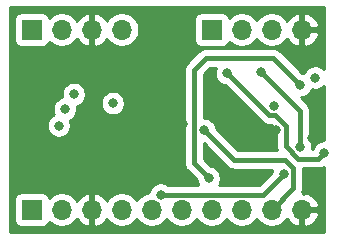
<source format=gbl>
G04 #@! TF.GenerationSoftware,KiCad,Pcbnew,5.1.10-88a1d61d58~88~ubuntu20.04.1*
G04 #@! TF.CreationDate,2021-06-12T08:26:13-04:00*
G04 #@! TF.ProjectId,stm32l0_mod_source,73746d33-326c-4305-9f6d-6f645f736f75,rev?*
G04 #@! TF.SameCoordinates,Original*
G04 #@! TF.FileFunction,Copper,L4,Bot*
G04 #@! TF.FilePolarity,Positive*
%FSLAX46Y46*%
G04 Gerber Fmt 4.6, Leading zero omitted, Abs format (unit mm)*
G04 Created by KiCad (PCBNEW 5.1.10-88a1d61d58~88~ubuntu20.04.1) date 2021-06-12 08:26:13*
%MOMM*%
%LPD*%
G01*
G04 APERTURE LIST*
G04 #@! TA.AperFunction,ComponentPad*
%ADD10O,1.700000X1.700000*%
G04 #@! TD*
G04 #@! TA.AperFunction,ComponentPad*
%ADD11R,1.700000X1.700000*%
G04 #@! TD*
G04 #@! TA.AperFunction,ViaPad*
%ADD12C,0.800000*%
G04 #@! TD*
G04 #@! TA.AperFunction,Conductor*
%ADD13C,0.400000*%
G04 #@! TD*
G04 #@! TA.AperFunction,Conductor*
%ADD14C,0.254000*%
G04 #@! TD*
G04 #@! TA.AperFunction,Conductor*
%ADD15C,0.100000*%
G04 #@! TD*
G04 APERTURE END LIST*
D10*
X96520000Y-60960000D03*
X93980000Y-60960000D03*
X91440000Y-60960000D03*
X88900000Y-60960000D03*
X86360000Y-60960000D03*
X83820000Y-60960000D03*
X81280000Y-60960000D03*
X78740000Y-60960000D03*
X76200000Y-60960000D03*
D11*
X73660000Y-60960000D03*
D10*
X96520000Y-45720000D03*
X93980000Y-45720000D03*
X91440000Y-45720000D03*
D11*
X88900000Y-45720000D03*
D10*
X81280000Y-45720000D03*
X78740000Y-45720000D03*
X76200000Y-45720000D03*
D11*
X73660000Y-45720000D03*
D12*
X92837000Y-55245000D03*
X94361000Y-54229000D03*
X97409000Y-54864000D03*
X74168000Y-59182000D03*
X80010000Y-48387000D03*
X75692000Y-59182000D03*
X72390000Y-59182000D03*
X88646000Y-56134000D03*
X83185000Y-46736000D03*
X86487000Y-53721000D03*
X97663000Y-49784000D03*
X94133000Y-52171000D03*
X75946000Y-53848000D03*
X80518000Y-51943000D03*
X77216000Y-51181000D03*
X76453992Y-52451008D03*
X84582000Y-59690000D03*
X94996000Y-57912002D03*
X96393000Y-55626000D03*
X93091000Y-49276000D03*
X88265000Y-54229000D03*
X90170000Y-49403000D03*
X98425000Y-56134000D03*
X96393000Y-50419000D03*
X88646000Y-58293000D03*
D13*
X84582000Y-59690000D02*
X93218002Y-59690000D01*
X93218002Y-59690000D02*
X94996000Y-57912002D01*
X96393000Y-55626000D02*
X96393000Y-52578000D01*
X96393000Y-52578000D02*
X93091000Y-49276000D01*
X95126002Y-56730998D02*
X95796001Y-57400997D01*
X95796001Y-57400997D02*
X95796001Y-59143999D01*
X90766998Y-56730998D02*
X95126002Y-56730998D01*
X95796001Y-59143999D02*
X93980000Y-60960000D01*
X88265000Y-54229000D02*
X90766998Y-56730998D01*
X95161001Y-53844999D02*
X94287003Y-52971001D01*
X95161001Y-55578003D02*
X95161001Y-53844999D01*
X96224998Y-56642000D02*
X95161001Y-55578003D01*
X93738001Y-52971001D02*
X90170000Y-49403000D01*
X94287003Y-52971001D02*
X93738001Y-52971001D01*
X97917000Y-56642000D02*
X96224998Y-56642000D01*
X98425000Y-56134000D02*
X97917000Y-56642000D01*
X87376000Y-49149000D02*
X87376000Y-57023000D01*
X88392000Y-48133000D02*
X87376000Y-49149000D01*
X87376000Y-57023000D02*
X88646000Y-58293000D01*
X94107000Y-48133000D02*
X88392000Y-48133000D01*
X96393000Y-50419000D02*
X94107000Y-48133000D01*
D14*
X98400001Y-49057290D02*
X98322774Y-48980063D01*
X98153256Y-48866795D01*
X97964898Y-48788774D01*
X97764939Y-48749000D01*
X97561061Y-48749000D01*
X97361102Y-48788774D01*
X97172744Y-48866795D01*
X97003226Y-48980063D01*
X96859063Y-49124226D01*
X96745795Y-49293744D01*
X96692160Y-49423229D01*
X96549775Y-49394908D01*
X94726446Y-47571579D01*
X94700291Y-47539709D01*
X94573146Y-47435364D01*
X94428087Y-47357828D01*
X94270689Y-47310082D01*
X94148019Y-47298000D01*
X94148018Y-47298000D01*
X94107000Y-47293960D01*
X94065982Y-47298000D01*
X88433018Y-47298000D01*
X88392000Y-47293960D01*
X88350981Y-47298000D01*
X88228311Y-47310082D01*
X88070913Y-47357828D01*
X87925854Y-47435364D01*
X87798709Y-47539709D01*
X87772558Y-47571574D01*
X86814579Y-48529554D01*
X86782709Y-48555709D01*
X86699942Y-48656562D01*
X86678364Y-48682855D01*
X86600828Y-48827914D01*
X86553082Y-48985312D01*
X86536960Y-49149000D01*
X86541000Y-49190019D01*
X86541001Y-56981971D01*
X86536960Y-57023000D01*
X86553082Y-57186688D01*
X86600828Y-57344086D01*
X86678364Y-57489145D01*
X86678365Y-57489146D01*
X86782710Y-57616291D01*
X86814574Y-57642441D01*
X87621908Y-58449775D01*
X87650774Y-58594898D01*
X87728795Y-58783256D01*
X87776733Y-58855000D01*
X85195285Y-58855000D01*
X85072256Y-58772795D01*
X84883898Y-58694774D01*
X84683939Y-58655000D01*
X84480061Y-58655000D01*
X84280102Y-58694774D01*
X84091744Y-58772795D01*
X83922226Y-58886063D01*
X83778063Y-59030226D01*
X83664795Y-59199744D01*
X83586774Y-59388102D01*
X83565194Y-59496591D01*
X83386842Y-59532068D01*
X83116589Y-59644010D01*
X82873368Y-59806525D01*
X82666525Y-60013368D01*
X82550000Y-60187760D01*
X82433475Y-60013368D01*
X82226632Y-59806525D01*
X81983411Y-59644010D01*
X81713158Y-59532068D01*
X81426260Y-59475000D01*
X81133740Y-59475000D01*
X80846842Y-59532068D01*
X80576589Y-59644010D01*
X80333368Y-59806525D01*
X80126525Y-60013368D01*
X80004805Y-60195534D01*
X79935178Y-60078645D01*
X79740269Y-59862412D01*
X79506920Y-59688359D01*
X79244099Y-59563175D01*
X79096890Y-59518524D01*
X78867000Y-59639845D01*
X78867000Y-60833000D01*
X78887000Y-60833000D01*
X78887000Y-61087000D01*
X78867000Y-61087000D01*
X78867000Y-62280155D01*
X79096890Y-62401476D01*
X79244099Y-62356825D01*
X79506920Y-62231641D01*
X79740269Y-62057588D01*
X79935178Y-61841355D01*
X80004805Y-61724466D01*
X80126525Y-61906632D01*
X80333368Y-62113475D01*
X80576589Y-62275990D01*
X80846842Y-62387932D01*
X81133740Y-62445000D01*
X81426260Y-62445000D01*
X81713158Y-62387932D01*
X81983411Y-62275990D01*
X82226632Y-62113475D01*
X82433475Y-61906632D01*
X82550000Y-61732240D01*
X82666525Y-61906632D01*
X82873368Y-62113475D01*
X83116589Y-62275990D01*
X83386842Y-62387932D01*
X83673740Y-62445000D01*
X83966260Y-62445000D01*
X84253158Y-62387932D01*
X84523411Y-62275990D01*
X84766632Y-62113475D01*
X84973475Y-61906632D01*
X85090000Y-61732240D01*
X85206525Y-61906632D01*
X85413368Y-62113475D01*
X85656589Y-62275990D01*
X85926842Y-62387932D01*
X86213740Y-62445000D01*
X86506260Y-62445000D01*
X86793158Y-62387932D01*
X87063411Y-62275990D01*
X87306632Y-62113475D01*
X87513475Y-61906632D01*
X87630000Y-61732240D01*
X87746525Y-61906632D01*
X87953368Y-62113475D01*
X88196589Y-62275990D01*
X88466842Y-62387932D01*
X88753740Y-62445000D01*
X89046260Y-62445000D01*
X89333158Y-62387932D01*
X89603411Y-62275990D01*
X89846632Y-62113475D01*
X90053475Y-61906632D01*
X90170000Y-61732240D01*
X90286525Y-61906632D01*
X90493368Y-62113475D01*
X90736589Y-62275990D01*
X91006842Y-62387932D01*
X91293740Y-62445000D01*
X91586260Y-62445000D01*
X91873158Y-62387932D01*
X92143411Y-62275990D01*
X92386632Y-62113475D01*
X92593475Y-61906632D01*
X92710000Y-61732240D01*
X92826525Y-61906632D01*
X93033368Y-62113475D01*
X93276589Y-62275990D01*
X93546842Y-62387932D01*
X93833740Y-62445000D01*
X94126260Y-62445000D01*
X94413158Y-62387932D01*
X94683411Y-62275990D01*
X94926632Y-62113475D01*
X95133475Y-61906632D01*
X95255195Y-61724466D01*
X95324822Y-61841355D01*
X95519731Y-62057588D01*
X95753080Y-62231641D01*
X96015901Y-62356825D01*
X96163110Y-62401476D01*
X96393000Y-62280155D01*
X96393000Y-61087000D01*
X96647000Y-61087000D01*
X96647000Y-62280155D01*
X96876890Y-62401476D01*
X97024099Y-62356825D01*
X97286920Y-62231641D01*
X97520269Y-62057588D01*
X97715178Y-61841355D01*
X97864157Y-61591252D01*
X97961481Y-61316891D01*
X97840814Y-61087000D01*
X96647000Y-61087000D01*
X96393000Y-61087000D01*
X96373000Y-61087000D01*
X96373000Y-60833000D01*
X96393000Y-60833000D01*
X96393000Y-60813000D01*
X96647000Y-60813000D01*
X96647000Y-60833000D01*
X97840814Y-60833000D01*
X97961481Y-60603109D01*
X97864157Y-60328748D01*
X97715178Y-60078645D01*
X97520269Y-59862412D01*
X97286920Y-59688359D01*
X97024099Y-59563175D01*
X96876890Y-59518524D01*
X96647002Y-59639844D01*
X96647002Y-59475000D01*
X96565874Y-59475000D01*
X96571173Y-59465086D01*
X96618919Y-59307688D01*
X96631001Y-59185018D01*
X96631001Y-59185016D01*
X96635041Y-59144000D01*
X96631001Y-59102984D01*
X96631001Y-57477000D01*
X97875982Y-57477000D01*
X97917000Y-57481040D01*
X97958018Y-57477000D01*
X97958019Y-57477000D01*
X98080689Y-57464918D01*
X98238087Y-57417172D01*
X98383146Y-57339636D01*
X98400000Y-57325804D01*
X98400000Y-62840000D01*
X71780000Y-62840000D01*
X71780000Y-60110000D01*
X72171928Y-60110000D01*
X72171928Y-61810000D01*
X72184188Y-61934482D01*
X72220498Y-62054180D01*
X72279463Y-62164494D01*
X72358815Y-62261185D01*
X72455506Y-62340537D01*
X72565820Y-62399502D01*
X72685518Y-62435812D01*
X72810000Y-62448072D01*
X74510000Y-62448072D01*
X74634482Y-62435812D01*
X74754180Y-62399502D01*
X74864494Y-62340537D01*
X74961185Y-62261185D01*
X75040537Y-62164494D01*
X75099502Y-62054180D01*
X75121513Y-61981620D01*
X75253368Y-62113475D01*
X75496589Y-62275990D01*
X75766842Y-62387932D01*
X76053740Y-62445000D01*
X76346260Y-62445000D01*
X76633158Y-62387932D01*
X76903411Y-62275990D01*
X77146632Y-62113475D01*
X77353475Y-61906632D01*
X77475195Y-61724466D01*
X77544822Y-61841355D01*
X77739731Y-62057588D01*
X77973080Y-62231641D01*
X78235901Y-62356825D01*
X78383110Y-62401476D01*
X78613000Y-62280155D01*
X78613000Y-61087000D01*
X78593000Y-61087000D01*
X78593000Y-60833000D01*
X78613000Y-60833000D01*
X78613000Y-59639845D01*
X78383110Y-59518524D01*
X78235901Y-59563175D01*
X77973080Y-59688359D01*
X77739731Y-59862412D01*
X77544822Y-60078645D01*
X77475195Y-60195534D01*
X77353475Y-60013368D01*
X77146632Y-59806525D01*
X76903411Y-59644010D01*
X76633158Y-59532068D01*
X76346260Y-59475000D01*
X76053740Y-59475000D01*
X75766842Y-59532068D01*
X75496589Y-59644010D01*
X75253368Y-59806525D01*
X75121513Y-59938380D01*
X75099502Y-59865820D01*
X75040537Y-59755506D01*
X74961185Y-59658815D01*
X74864494Y-59579463D01*
X74754180Y-59520498D01*
X74634482Y-59484188D01*
X74510000Y-59471928D01*
X72810000Y-59471928D01*
X72685518Y-59484188D01*
X72565820Y-59520498D01*
X72455506Y-59579463D01*
X72358815Y-59658815D01*
X72279463Y-59755506D01*
X72220498Y-59865820D01*
X72184188Y-59985518D01*
X72171928Y-60110000D01*
X71780000Y-60110000D01*
X71780000Y-53746061D01*
X74911000Y-53746061D01*
X74911000Y-53949939D01*
X74950774Y-54149898D01*
X75028795Y-54338256D01*
X75142063Y-54507774D01*
X75286226Y-54651937D01*
X75455744Y-54765205D01*
X75644102Y-54843226D01*
X75844061Y-54883000D01*
X76047939Y-54883000D01*
X76247898Y-54843226D01*
X76436256Y-54765205D01*
X76605774Y-54651937D01*
X76749937Y-54507774D01*
X76863205Y-54338256D01*
X76941226Y-54149898D01*
X76981000Y-53949939D01*
X76981000Y-53746061D01*
X76941226Y-53546102D01*
X76878775Y-53395333D01*
X76944248Y-53368213D01*
X77113766Y-53254945D01*
X77257929Y-53110782D01*
X77371197Y-52941264D01*
X77449218Y-52752906D01*
X77488992Y-52552947D01*
X77488992Y-52349069D01*
X77457020Y-52188335D01*
X77517898Y-52176226D01*
X77706256Y-52098205D01*
X77875774Y-51984937D01*
X78019650Y-51841061D01*
X79483000Y-51841061D01*
X79483000Y-52044939D01*
X79522774Y-52244898D01*
X79600795Y-52433256D01*
X79714063Y-52602774D01*
X79858226Y-52746937D01*
X80027744Y-52860205D01*
X80216102Y-52938226D01*
X80416061Y-52978000D01*
X80619939Y-52978000D01*
X80819898Y-52938226D01*
X81008256Y-52860205D01*
X81177774Y-52746937D01*
X81321937Y-52602774D01*
X81435205Y-52433256D01*
X81513226Y-52244898D01*
X81553000Y-52044939D01*
X81553000Y-51841061D01*
X81513226Y-51641102D01*
X81435205Y-51452744D01*
X81321937Y-51283226D01*
X81177774Y-51139063D01*
X81008256Y-51025795D01*
X80819898Y-50947774D01*
X80619939Y-50908000D01*
X80416061Y-50908000D01*
X80216102Y-50947774D01*
X80027744Y-51025795D01*
X79858226Y-51139063D01*
X79714063Y-51283226D01*
X79600795Y-51452744D01*
X79522774Y-51641102D01*
X79483000Y-51841061D01*
X78019650Y-51841061D01*
X78019937Y-51840774D01*
X78133205Y-51671256D01*
X78211226Y-51482898D01*
X78251000Y-51282939D01*
X78251000Y-51079061D01*
X78211226Y-50879102D01*
X78133205Y-50690744D01*
X78019937Y-50521226D01*
X77875774Y-50377063D01*
X77706256Y-50263795D01*
X77517898Y-50185774D01*
X77317939Y-50146000D01*
X77114061Y-50146000D01*
X76914102Y-50185774D01*
X76725744Y-50263795D01*
X76556226Y-50377063D01*
X76412063Y-50521226D01*
X76298795Y-50690744D01*
X76220774Y-50879102D01*
X76181000Y-51079061D01*
X76181000Y-51282939D01*
X76212972Y-51443673D01*
X76152094Y-51455782D01*
X75963736Y-51533803D01*
X75794218Y-51647071D01*
X75650055Y-51791234D01*
X75536787Y-51960752D01*
X75458766Y-52149110D01*
X75418992Y-52349069D01*
X75418992Y-52552947D01*
X75458766Y-52752906D01*
X75521217Y-52903675D01*
X75455744Y-52930795D01*
X75286226Y-53044063D01*
X75142063Y-53188226D01*
X75028795Y-53357744D01*
X74950774Y-53546102D01*
X74911000Y-53746061D01*
X71780000Y-53746061D01*
X71780000Y-44870000D01*
X72171928Y-44870000D01*
X72171928Y-46570000D01*
X72184188Y-46694482D01*
X72220498Y-46814180D01*
X72279463Y-46924494D01*
X72358815Y-47021185D01*
X72455506Y-47100537D01*
X72565820Y-47159502D01*
X72685518Y-47195812D01*
X72810000Y-47208072D01*
X74510000Y-47208072D01*
X74634482Y-47195812D01*
X74754180Y-47159502D01*
X74864494Y-47100537D01*
X74961185Y-47021185D01*
X75040537Y-46924494D01*
X75099502Y-46814180D01*
X75121513Y-46741620D01*
X75253368Y-46873475D01*
X75496589Y-47035990D01*
X75766842Y-47147932D01*
X76053740Y-47205000D01*
X76346260Y-47205000D01*
X76633158Y-47147932D01*
X76903411Y-47035990D01*
X77146632Y-46873475D01*
X77353475Y-46666632D01*
X77475195Y-46484466D01*
X77544822Y-46601355D01*
X77739731Y-46817588D01*
X77973080Y-46991641D01*
X78235901Y-47116825D01*
X78383110Y-47161476D01*
X78613000Y-47040155D01*
X78613000Y-45847000D01*
X78593000Y-45847000D01*
X78593000Y-45593000D01*
X78613000Y-45593000D01*
X78613000Y-44399845D01*
X78867000Y-44399845D01*
X78867000Y-45593000D01*
X78887000Y-45593000D01*
X78887000Y-45847000D01*
X78867000Y-45847000D01*
X78867000Y-47040155D01*
X79096890Y-47161476D01*
X79244099Y-47116825D01*
X79506920Y-46991641D01*
X79740269Y-46817588D01*
X79935178Y-46601355D01*
X80004805Y-46484466D01*
X80126525Y-46666632D01*
X80333368Y-46873475D01*
X80576589Y-47035990D01*
X80846842Y-47147932D01*
X81133740Y-47205000D01*
X81426260Y-47205000D01*
X81713158Y-47147932D01*
X81983411Y-47035990D01*
X82226632Y-46873475D01*
X82433475Y-46666632D01*
X82595990Y-46423411D01*
X82707932Y-46153158D01*
X82765000Y-45866260D01*
X82765000Y-45573740D01*
X82707932Y-45286842D01*
X82595990Y-45016589D01*
X82498043Y-44870000D01*
X87411928Y-44870000D01*
X87411928Y-46570000D01*
X87424188Y-46694482D01*
X87460498Y-46814180D01*
X87519463Y-46924494D01*
X87598815Y-47021185D01*
X87695506Y-47100537D01*
X87805820Y-47159502D01*
X87925518Y-47195812D01*
X88050000Y-47208072D01*
X89750000Y-47208072D01*
X89874482Y-47195812D01*
X89994180Y-47159502D01*
X90104494Y-47100537D01*
X90201185Y-47021185D01*
X90280537Y-46924494D01*
X90339502Y-46814180D01*
X90361513Y-46741620D01*
X90493368Y-46873475D01*
X90736589Y-47035990D01*
X91006842Y-47147932D01*
X91293740Y-47205000D01*
X91586260Y-47205000D01*
X91873158Y-47147932D01*
X92143411Y-47035990D01*
X92386632Y-46873475D01*
X92593475Y-46666632D01*
X92710000Y-46492240D01*
X92826525Y-46666632D01*
X93033368Y-46873475D01*
X93276589Y-47035990D01*
X93546842Y-47147932D01*
X93833740Y-47205000D01*
X94126260Y-47205000D01*
X94413158Y-47147932D01*
X94683411Y-47035990D01*
X94926632Y-46873475D01*
X95133475Y-46666632D01*
X95255195Y-46484466D01*
X95324822Y-46601355D01*
X95519731Y-46817588D01*
X95753080Y-46991641D01*
X96015901Y-47116825D01*
X96163110Y-47161476D01*
X96393000Y-47040155D01*
X96393000Y-45847000D01*
X96647000Y-45847000D01*
X96647000Y-47040155D01*
X96876890Y-47161476D01*
X97024099Y-47116825D01*
X97286920Y-46991641D01*
X97520269Y-46817588D01*
X97715178Y-46601355D01*
X97864157Y-46351252D01*
X97961481Y-46076891D01*
X97840814Y-45847000D01*
X96647000Y-45847000D01*
X96393000Y-45847000D01*
X96373000Y-45847000D01*
X96373000Y-45593000D01*
X96393000Y-45593000D01*
X96393000Y-44399845D01*
X96647000Y-44399845D01*
X96647000Y-45593000D01*
X97840814Y-45593000D01*
X97961481Y-45363109D01*
X97864157Y-45088748D01*
X97715178Y-44838645D01*
X97520269Y-44622412D01*
X97286920Y-44448359D01*
X97024099Y-44323175D01*
X96876890Y-44278524D01*
X96647000Y-44399845D01*
X96393000Y-44399845D01*
X96163110Y-44278524D01*
X96015901Y-44323175D01*
X95753080Y-44448359D01*
X95519731Y-44622412D01*
X95324822Y-44838645D01*
X95255195Y-44955534D01*
X95133475Y-44773368D01*
X94926632Y-44566525D01*
X94683411Y-44404010D01*
X94413158Y-44292068D01*
X94126260Y-44235000D01*
X93833740Y-44235000D01*
X93546842Y-44292068D01*
X93276589Y-44404010D01*
X93033368Y-44566525D01*
X92826525Y-44773368D01*
X92710000Y-44947760D01*
X92593475Y-44773368D01*
X92386632Y-44566525D01*
X92143411Y-44404010D01*
X91873158Y-44292068D01*
X91586260Y-44235000D01*
X91293740Y-44235000D01*
X91006842Y-44292068D01*
X90736589Y-44404010D01*
X90493368Y-44566525D01*
X90361513Y-44698380D01*
X90339502Y-44625820D01*
X90280537Y-44515506D01*
X90201185Y-44418815D01*
X90104494Y-44339463D01*
X89994180Y-44280498D01*
X89874482Y-44244188D01*
X89750000Y-44231928D01*
X88050000Y-44231928D01*
X87925518Y-44244188D01*
X87805820Y-44280498D01*
X87695506Y-44339463D01*
X87598815Y-44418815D01*
X87519463Y-44515506D01*
X87460498Y-44625820D01*
X87424188Y-44745518D01*
X87411928Y-44870000D01*
X82498043Y-44870000D01*
X82433475Y-44773368D01*
X82226632Y-44566525D01*
X81983411Y-44404010D01*
X81713158Y-44292068D01*
X81426260Y-44235000D01*
X81133740Y-44235000D01*
X80846842Y-44292068D01*
X80576589Y-44404010D01*
X80333368Y-44566525D01*
X80126525Y-44773368D01*
X80004805Y-44955534D01*
X79935178Y-44838645D01*
X79740269Y-44622412D01*
X79506920Y-44448359D01*
X79244099Y-44323175D01*
X79096890Y-44278524D01*
X78867000Y-44399845D01*
X78613000Y-44399845D01*
X78383110Y-44278524D01*
X78235901Y-44323175D01*
X77973080Y-44448359D01*
X77739731Y-44622412D01*
X77544822Y-44838645D01*
X77475195Y-44955534D01*
X77353475Y-44773368D01*
X77146632Y-44566525D01*
X76903411Y-44404010D01*
X76633158Y-44292068D01*
X76346260Y-44235000D01*
X76053740Y-44235000D01*
X75766842Y-44292068D01*
X75496589Y-44404010D01*
X75253368Y-44566525D01*
X75121513Y-44698380D01*
X75099502Y-44625820D01*
X75040537Y-44515506D01*
X74961185Y-44418815D01*
X74864494Y-44339463D01*
X74754180Y-44280498D01*
X74634482Y-44244188D01*
X74510000Y-44231928D01*
X72810000Y-44231928D01*
X72685518Y-44244188D01*
X72565820Y-44280498D01*
X72455506Y-44339463D01*
X72358815Y-44418815D01*
X72279463Y-44515506D01*
X72220498Y-44625820D01*
X72184188Y-44745518D01*
X72171928Y-44870000D01*
X71780000Y-44870000D01*
X71780000Y-43840000D01*
X98400001Y-43840000D01*
X98400001Y-49057290D01*
G04 #@! TA.AperFunction,Conductor*
D15*
G36*
X98400001Y-49057290D02*
G01*
X98322774Y-48980063D01*
X98153256Y-48866795D01*
X97964898Y-48788774D01*
X97764939Y-48749000D01*
X97561061Y-48749000D01*
X97361102Y-48788774D01*
X97172744Y-48866795D01*
X97003226Y-48980063D01*
X96859063Y-49124226D01*
X96745795Y-49293744D01*
X96692160Y-49423229D01*
X96549775Y-49394908D01*
X94726446Y-47571579D01*
X94700291Y-47539709D01*
X94573146Y-47435364D01*
X94428087Y-47357828D01*
X94270689Y-47310082D01*
X94148019Y-47298000D01*
X94148018Y-47298000D01*
X94107000Y-47293960D01*
X94065982Y-47298000D01*
X88433018Y-47298000D01*
X88392000Y-47293960D01*
X88350981Y-47298000D01*
X88228311Y-47310082D01*
X88070913Y-47357828D01*
X87925854Y-47435364D01*
X87798709Y-47539709D01*
X87772558Y-47571574D01*
X86814579Y-48529554D01*
X86782709Y-48555709D01*
X86699942Y-48656562D01*
X86678364Y-48682855D01*
X86600828Y-48827914D01*
X86553082Y-48985312D01*
X86536960Y-49149000D01*
X86541000Y-49190019D01*
X86541001Y-56981971D01*
X86536960Y-57023000D01*
X86553082Y-57186688D01*
X86600828Y-57344086D01*
X86678364Y-57489145D01*
X86678365Y-57489146D01*
X86782710Y-57616291D01*
X86814574Y-57642441D01*
X87621908Y-58449775D01*
X87650774Y-58594898D01*
X87728795Y-58783256D01*
X87776733Y-58855000D01*
X85195285Y-58855000D01*
X85072256Y-58772795D01*
X84883898Y-58694774D01*
X84683939Y-58655000D01*
X84480061Y-58655000D01*
X84280102Y-58694774D01*
X84091744Y-58772795D01*
X83922226Y-58886063D01*
X83778063Y-59030226D01*
X83664795Y-59199744D01*
X83586774Y-59388102D01*
X83565194Y-59496591D01*
X83386842Y-59532068D01*
X83116589Y-59644010D01*
X82873368Y-59806525D01*
X82666525Y-60013368D01*
X82550000Y-60187760D01*
X82433475Y-60013368D01*
X82226632Y-59806525D01*
X81983411Y-59644010D01*
X81713158Y-59532068D01*
X81426260Y-59475000D01*
X81133740Y-59475000D01*
X80846842Y-59532068D01*
X80576589Y-59644010D01*
X80333368Y-59806525D01*
X80126525Y-60013368D01*
X80004805Y-60195534D01*
X79935178Y-60078645D01*
X79740269Y-59862412D01*
X79506920Y-59688359D01*
X79244099Y-59563175D01*
X79096890Y-59518524D01*
X78867000Y-59639845D01*
X78867000Y-60833000D01*
X78887000Y-60833000D01*
X78887000Y-61087000D01*
X78867000Y-61087000D01*
X78867000Y-62280155D01*
X79096890Y-62401476D01*
X79244099Y-62356825D01*
X79506920Y-62231641D01*
X79740269Y-62057588D01*
X79935178Y-61841355D01*
X80004805Y-61724466D01*
X80126525Y-61906632D01*
X80333368Y-62113475D01*
X80576589Y-62275990D01*
X80846842Y-62387932D01*
X81133740Y-62445000D01*
X81426260Y-62445000D01*
X81713158Y-62387932D01*
X81983411Y-62275990D01*
X82226632Y-62113475D01*
X82433475Y-61906632D01*
X82550000Y-61732240D01*
X82666525Y-61906632D01*
X82873368Y-62113475D01*
X83116589Y-62275990D01*
X83386842Y-62387932D01*
X83673740Y-62445000D01*
X83966260Y-62445000D01*
X84253158Y-62387932D01*
X84523411Y-62275990D01*
X84766632Y-62113475D01*
X84973475Y-61906632D01*
X85090000Y-61732240D01*
X85206525Y-61906632D01*
X85413368Y-62113475D01*
X85656589Y-62275990D01*
X85926842Y-62387932D01*
X86213740Y-62445000D01*
X86506260Y-62445000D01*
X86793158Y-62387932D01*
X87063411Y-62275990D01*
X87306632Y-62113475D01*
X87513475Y-61906632D01*
X87630000Y-61732240D01*
X87746525Y-61906632D01*
X87953368Y-62113475D01*
X88196589Y-62275990D01*
X88466842Y-62387932D01*
X88753740Y-62445000D01*
X89046260Y-62445000D01*
X89333158Y-62387932D01*
X89603411Y-62275990D01*
X89846632Y-62113475D01*
X90053475Y-61906632D01*
X90170000Y-61732240D01*
X90286525Y-61906632D01*
X90493368Y-62113475D01*
X90736589Y-62275990D01*
X91006842Y-62387932D01*
X91293740Y-62445000D01*
X91586260Y-62445000D01*
X91873158Y-62387932D01*
X92143411Y-62275990D01*
X92386632Y-62113475D01*
X92593475Y-61906632D01*
X92710000Y-61732240D01*
X92826525Y-61906632D01*
X93033368Y-62113475D01*
X93276589Y-62275990D01*
X93546842Y-62387932D01*
X93833740Y-62445000D01*
X94126260Y-62445000D01*
X94413158Y-62387932D01*
X94683411Y-62275990D01*
X94926632Y-62113475D01*
X95133475Y-61906632D01*
X95255195Y-61724466D01*
X95324822Y-61841355D01*
X95519731Y-62057588D01*
X95753080Y-62231641D01*
X96015901Y-62356825D01*
X96163110Y-62401476D01*
X96393000Y-62280155D01*
X96393000Y-61087000D01*
X96647000Y-61087000D01*
X96647000Y-62280155D01*
X96876890Y-62401476D01*
X97024099Y-62356825D01*
X97286920Y-62231641D01*
X97520269Y-62057588D01*
X97715178Y-61841355D01*
X97864157Y-61591252D01*
X97961481Y-61316891D01*
X97840814Y-61087000D01*
X96647000Y-61087000D01*
X96393000Y-61087000D01*
X96373000Y-61087000D01*
X96373000Y-60833000D01*
X96393000Y-60833000D01*
X96393000Y-60813000D01*
X96647000Y-60813000D01*
X96647000Y-60833000D01*
X97840814Y-60833000D01*
X97961481Y-60603109D01*
X97864157Y-60328748D01*
X97715178Y-60078645D01*
X97520269Y-59862412D01*
X97286920Y-59688359D01*
X97024099Y-59563175D01*
X96876890Y-59518524D01*
X96647002Y-59639844D01*
X96647002Y-59475000D01*
X96565874Y-59475000D01*
X96571173Y-59465086D01*
X96618919Y-59307688D01*
X96631001Y-59185018D01*
X96631001Y-59185016D01*
X96635041Y-59144000D01*
X96631001Y-59102984D01*
X96631001Y-57477000D01*
X97875982Y-57477000D01*
X97917000Y-57481040D01*
X97958018Y-57477000D01*
X97958019Y-57477000D01*
X98080689Y-57464918D01*
X98238087Y-57417172D01*
X98383146Y-57339636D01*
X98400000Y-57325804D01*
X98400000Y-62840000D01*
X71780000Y-62840000D01*
X71780000Y-60110000D01*
X72171928Y-60110000D01*
X72171928Y-61810000D01*
X72184188Y-61934482D01*
X72220498Y-62054180D01*
X72279463Y-62164494D01*
X72358815Y-62261185D01*
X72455506Y-62340537D01*
X72565820Y-62399502D01*
X72685518Y-62435812D01*
X72810000Y-62448072D01*
X74510000Y-62448072D01*
X74634482Y-62435812D01*
X74754180Y-62399502D01*
X74864494Y-62340537D01*
X74961185Y-62261185D01*
X75040537Y-62164494D01*
X75099502Y-62054180D01*
X75121513Y-61981620D01*
X75253368Y-62113475D01*
X75496589Y-62275990D01*
X75766842Y-62387932D01*
X76053740Y-62445000D01*
X76346260Y-62445000D01*
X76633158Y-62387932D01*
X76903411Y-62275990D01*
X77146632Y-62113475D01*
X77353475Y-61906632D01*
X77475195Y-61724466D01*
X77544822Y-61841355D01*
X77739731Y-62057588D01*
X77973080Y-62231641D01*
X78235901Y-62356825D01*
X78383110Y-62401476D01*
X78613000Y-62280155D01*
X78613000Y-61087000D01*
X78593000Y-61087000D01*
X78593000Y-60833000D01*
X78613000Y-60833000D01*
X78613000Y-59639845D01*
X78383110Y-59518524D01*
X78235901Y-59563175D01*
X77973080Y-59688359D01*
X77739731Y-59862412D01*
X77544822Y-60078645D01*
X77475195Y-60195534D01*
X77353475Y-60013368D01*
X77146632Y-59806525D01*
X76903411Y-59644010D01*
X76633158Y-59532068D01*
X76346260Y-59475000D01*
X76053740Y-59475000D01*
X75766842Y-59532068D01*
X75496589Y-59644010D01*
X75253368Y-59806525D01*
X75121513Y-59938380D01*
X75099502Y-59865820D01*
X75040537Y-59755506D01*
X74961185Y-59658815D01*
X74864494Y-59579463D01*
X74754180Y-59520498D01*
X74634482Y-59484188D01*
X74510000Y-59471928D01*
X72810000Y-59471928D01*
X72685518Y-59484188D01*
X72565820Y-59520498D01*
X72455506Y-59579463D01*
X72358815Y-59658815D01*
X72279463Y-59755506D01*
X72220498Y-59865820D01*
X72184188Y-59985518D01*
X72171928Y-60110000D01*
X71780000Y-60110000D01*
X71780000Y-53746061D01*
X74911000Y-53746061D01*
X74911000Y-53949939D01*
X74950774Y-54149898D01*
X75028795Y-54338256D01*
X75142063Y-54507774D01*
X75286226Y-54651937D01*
X75455744Y-54765205D01*
X75644102Y-54843226D01*
X75844061Y-54883000D01*
X76047939Y-54883000D01*
X76247898Y-54843226D01*
X76436256Y-54765205D01*
X76605774Y-54651937D01*
X76749937Y-54507774D01*
X76863205Y-54338256D01*
X76941226Y-54149898D01*
X76981000Y-53949939D01*
X76981000Y-53746061D01*
X76941226Y-53546102D01*
X76878775Y-53395333D01*
X76944248Y-53368213D01*
X77113766Y-53254945D01*
X77257929Y-53110782D01*
X77371197Y-52941264D01*
X77449218Y-52752906D01*
X77488992Y-52552947D01*
X77488992Y-52349069D01*
X77457020Y-52188335D01*
X77517898Y-52176226D01*
X77706256Y-52098205D01*
X77875774Y-51984937D01*
X78019650Y-51841061D01*
X79483000Y-51841061D01*
X79483000Y-52044939D01*
X79522774Y-52244898D01*
X79600795Y-52433256D01*
X79714063Y-52602774D01*
X79858226Y-52746937D01*
X80027744Y-52860205D01*
X80216102Y-52938226D01*
X80416061Y-52978000D01*
X80619939Y-52978000D01*
X80819898Y-52938226D01*
X81008256Y-52860205D01*
X81177774Y-52746937D01*
X81321937Y-52602774D01*
X81435205Y-52433256D01*
X81513226Y-52244898D01*
X81553000Y-52044939D01*
X81553000Y-51841061D01*
X81513226Y-51641102D01*
X81435205Y-51452744D01*
X81321937Y-51283226D01*
X81177774Y-51139063D01*
X81008256Y-51025795D01*
X80819898Y-50947774D01*
X80619939Y-50908000D01*
X80416061Y-50908000D01*
X80216102Y-50947774D01*
X80027744Y-51025795D01*
X79858226Y-51139063D01*
X79714063Y-51283226D01*
X79600795Y-51452744D01*
X79522774Y-51641102D01*
X79483000Y-51841061D01*
X78019650Y-51841061D01*
X78019937Y-51840774D01*
X78133205Y-51671256D01*
X78211226Y-51482898D01*
X78251000Y-51282939D01*
X78251000Y-51079061D01*
X78211226Y-50879102D01*
X78133205Y-50690744D01*
X78019937Y-50521226D01*
X77875774Y-50377063D01*
X77706256Y-50263795D01*
X77517898Y-50185774D01*
X77317939Y-50146000D01*
X77114061Y-50146000D01*
X76914102Y-50185774D01*
X76725744Y-50263795D01*
X76556226Y-50377063D01*
X76412063Y-50521226D01*
X76298795Y-50690744D01*
X76220774Y-50879102D01*
X76181000Y-51079061D01*
X76181000Y-51282939D01*
X76212972Y-51443673D01*
X76152094Y-51455782D01*
X75963736Y-51533803D01*
X75794218Y-51647071D01*
X75650055Y-51791234D01*
X75536787Y-51960752D01*
X75458766Y-52149110D01*
X75418992Y-52349069D01*
X75418992Y-52552947D01*
X75458766Y-52752906D01*
X75521217Y-52903675D01*
X75455744Y-52930795D01*
X75286226Y-53044063D01*
X75142063Y-53188226D01*
X75028795Y-53357744D01*
X74950774Y-53546102D01*
X74911000Y-53746061D01*
X71780000Y-53746061D01*
X71780000Y-44870000D01*
X72171928Y-44870000D01*
X72171928Y-46570000D01*
X72184188Y-46694482D01*
X72220498Y-46814180D01*
X72279463Y-46924494D01*
X72358815Y-47021185D01*
X72455506Y-47100537D01*
X72565820Y-47159502D01*
X72685518Y-47195812D01*
X72810000Y-47208072D01*
X74510000Y-47208072D01*
X74634482Y-47195812D01*
X74754180Y-47159502D01*
X74864494Y-47100537D01*
X74961185Y-47021185D01*
X75040537Y-46924494D01*
X75099502Y-46814180D01*
X75121513Y-46741620D01*
X75253368Y-46873475D01*
X75496589Y-47035990D01*
X75766842Y-47147932D01*
X76053740Y-47205000D01*
X76346260Y-47205000D01*
X76633158Y-47147932D01*
X76903411Y-47035990D01*
X77146632Y-46873475D01*
X77353475Y-46666632D01*
X77475195Y-46484466D01*
X77544822Y-46601355D01*
X77739731Y-46817588D01*
X77973080Y-46991641D01*
X78235901Y-47116825D01*
X78383110Y-47161476D01*
X78613000Y-47040155D01*
X78613000Y-45847000D01*
X78593000Y-45847000D01*
X78593000Y-45593000D01*
X78613000Y-45593000D01*
X78613000Y-44399845D01*
X78867000Y-44399845D01*
X78867000Y-45593000D01*
X78887000Y-45593000D01*
X78887000Y-45847000D01*
X78867000Y-45847000D01*
X78867000Y-47040155D01*
X79096890Y-47161476D01*
X79244099Y-47116825D01*
X79506920Y-46991641D01*
X79740269Y-46817588D01*
X79935178Y-46601355D01*
X80004805Y-46484466D01*
X80126525Y-46666632D01*
X80333368Y-46873475D01*
X80576589Y-47035990D01*
X80846842Y-47147932D01*
X81133740Y-47205000D01*
X81426260Y-47205000D01*
X81713158Y-47147932D01*
X81983411Y-47035990D01*
X82226632Y-46873475D01*
X82433475Y-46666632D01*
X82595990Y-46423411D01*
X82707932Y-46153158D01*
X82765000Y-45866260D01*
X82765000Y-45573740D01*
X82707932Y-45286842D01*
X82595990Y-45016589D01*
X82498043Y-44870000D01*
X87411928Y-44870000D01*
X87411928Y-46570000D01*
X87424188Y-46694482D01*
X87460498Y-46814180D01*
X87519463Y-46924494D01*
X87598815Y-47021185D01*
X87695506Y-47100537D01*
X87805820Y-47159502D01*
X87925518Y-47195812D01*
X88050000Y-47208072D01*
X89750000Y-47208072D01*
X89874482Y-47195812D01*
X89994180Y-47159502D01*
X90104494Y-47100537D01*
X90201185Y-47021185D01*
X90280537Y-46924494D01*
X90339502Y-46814180D01*
X90361513Y-46741620D01*
X90493368Y-46873475D01*
X90736589Y-47035990D01*
X91006842Y-47147932D01*
X91293740Y-47205000D01*
X91586260Y-47205000D01*
X91873158Y-47147932D01*
X92143411Y-47035990D01*
X92386632Y-46873475D01*
X92593475Y-46666632D01*
X92710000Y-46492240D01*
X92826525Y-46666632D01*
X93033368Y-46873475D01*
X93276589Y-47035990D01*
X93546842Y-47147932D01*
X93833740Y-47205000D01*
X94126260Y-47205000D01*
X94413158Y-47147932D01*
X94683411Y-47035990D01*
X94926632Y-46873475D01*
X95133475Y-46666632D01*
X95255195Y-46484466D01*
X95324822Y-46601355D01*
X95519731Y-46817588D01*
X95753080Y-46991641D01*
X96015901Y-47116825D01*
X96163110Y-47161476D01*
X96393000Y-47040155D01*
X96393000Y-45847000D01*
X96647000Y-45847000D01*
X96647000Y-47040155D01*
X96876890Y-47161476D01*
X97024099Y-47116825D01*
X97286920Y-46991641D01*
X97520269Y-46817588D01*
X97715178Y-46601355D01*
X97864157Y-46351252D01*
X97961481Y-46076891D01*
X97840814Y-45847000D01*
X96647000Y-45847000D01*
X96393000Y-45847000D01*
X96373000Y-45847000D01*
X96373000Y-45593000D01*
X96393000Y-45593000D01*
X96393000Y-44399845D01*
X96647000Y-44399845D01*
X96647000Y-45593000D01*
X97840814Y-45593000D01*
X97961481Y-45363109D01*
X97864157Y-45088748D01*
X97715178Y-44838645D01*
X97520269Y-44622412D01*
X97286920Y-44448359D01*
X97024099Y-44323175D01*
X96876890Y-44278524D01*
X96647000Y-44399845D01*
X96393000Y-44399845D01*
X96163110Y-44278524D01*
X96015901Y-44323175D01*
X95753080Y-44448359D01*
X95519731Y-44622412D01*
X95324822Y-44838645D01*
X95255195Y-44955534D01*
X95133475Y-44773368D01*
X94926632Y-44566525D01*
X94683411Y-44404010D01*
X94413158Y-44292068D01*
X94126260Y-44235000D01*
X93833740Y-44235000D01*
X93546842Y-44292068D01*
X93276589Y-44404010D01*
X93033368Y-44566525D01*
X92826525Y-44773368D01*
X92710000Y-44947760D01*
X92593475Y-44773368D01*
X92386632Y-44566525D01*
X92143411Y-44404010D01*
X91873158Y-44292068D01*
X91586260Y-44235000D01*
X91293740Y-44235000D01*
X91006842Y-44292068D01*
X90736589Y-44404010D01*
X90493368Y-44566525D01*
X90361513Y-44698380D01*
X90339502Y-44625820D01*
X90280537Y-44515506D01*
X90201185Y-44418815D01*
X90104494Y-44339463D01*
X89994180Y-44280498D01*
X89874482Y-44244188D01*
X89750000Y-44231928D01*
X88050000Y-44231928D01*
X87925518Y-44244188D01*
X87805820Y-44280498D01*
X87695506Y-44339463D01*
X87598815Y-44418815D01*
X87519463Y-44515506D01*
X87460498Y-44625820D01*
X87424188Y-44745518D01*
X87411928Y-44870000D01*
X82498043Y-44870000D01*
X82433475Y-44773368D01*
X82226632Y-44566525D01*
X81983411Y-44404010D01*
X81713158Y-44292068D01*
X81426260Y-44235000D01*
X81133740Y-44235000D01*
X80846842Y-44292068D01*
X80576589Y-44404010D01*
X80333368Y-44566525D01*
X80126525Y-44773368D01*
X80004805Y-44955534D01*
X79935178Y-44838645D01*
X79740269Y-44622412D01*
X79506920Y-44448359D01*
X79244099Y-44323175D01*
X79096890Y-44278524D01*
X78867000Y-44399845D01*
X78613000Y-44399845D01*
X78383110Y-44278524D01*
X78235901Y-44323175D01*
X77973080Y-44448359D01*
X77739731Y-44622412D01*
X77544822Y-44838645D01*
X77475195Y-44955534D01*
X77353475Y-44773368D01*
X77146632Y-44566525D01*
X76903411Y-44404010D01*
X76633158Y-44292068D01*
X76346260Y-44235000D01*
X76053740Y-44235000D01*
X75766842Y-44292068D01*
X75496589Y-44404010D01*
X75253368Y-44566525D01*
X75121513Y-44698380D01*
X75099502Y-44625820D01*
X75040537Y-44515506D01*
X74961185Y-44418815D01*
X74864494Y-44339463D01*
X74754180Y-44280498D01*
X74634482Y-44244188D01*
X74510000Y-44231928D01*
X72810000Y-44231928D01*
X72685518Y-44244188D01*
X72565820Y-44280498D01*
X72455506Y-44339463D01*
X72358815Y-44418815D01*
X72279463Y-44515506D01*
X72220498Y-44625820D01*
X72184188Y-44745518D01*
X72171928Y-44870000D01*
X71780000Y-44870000D01*
X71780000Y-43840000D01*
X98400001Y-43840000D01*
X98400001Y-49057290D01*
G37*
G04 #@! TD.AperFunction*
D14*
X90147557Y-57292425D02*
X90173707Y-57324289D01*
X90300852Y-57428634D01*
X90445911Y-57506170D01*
X90603309Y-57553916D01*
X90725979Y-57565998D01*
X90725980Y-57565998D01*
X90766998Y-57570038D01*
X90808016Y-57565998D01*
X94019043Y-57565998D01*
X94000774Y-57610104D01*
X93971908Y-57755226D01*
X92872135Y-58855000D01*
X89515267Y-58855000D01*
X89563205Y-58783256D01*
X89641226Y-58594898D01*
X89681000Y-58394939D01*
X89681000Y-58191061D01*
X89641226Y-57991102D01*
X89563205Y-57802744D01*
X89449937Y-57633226D01*
X89305774Y-57489063D01*
X89136256Y-57375795D01*
X88947898Y-57297774D01*
X88802775Y-57268908D01*
X88211000Y-56677133D01*
X88211000Y-55355867D01*
X90147557Y-57292425D01*
G04 #@! TA.AperFunction,Conductor*
D15*
G36*
X90147557Y-57292425D02*
G01*
X90173707Y-57324289D01*
X90300852Y-57428634D01*
X90445911Y-57506170D01*
X90603309Y-57553916D01*
X90725979Y-57565998D01*
X90725980Y-57565998D01*
X90766998Y-57570038D01*
X90808016Y-57565998D01*
X94019043Y-57565998D01*
X94000774Y-57610104D01*
X93971908Y-57755226D01*
X92872135Y-58855000D01*
X89515267Y-58855000D01*
X89563205Y-58783256D01*
X89641226Y-58594898D01*
X89681000Y-58394939D01*
X89681000Y-58191061D01*
X89641226Y-57991102D01*
X89563205Y-57802744D01*
X89449937Y-57633226D01*
X89305774Y-57489063D01*
X89136256Y-57375795D01*
X88947898Y-57297774D01*
X88802775Y-57268908D01*
X88211000Y-56677133D01*
X88211000Y-55355867D01*
X90147557Y-57292425D01*
G37*
G04 #@! TD.AperFunction*
D14*
X89174774Y-49101102D02*
X89135000Y-49301061D01*
X89135000Y-49504939D01*
X89174774Y-49704898D01*
X89252795Y-49893256D01*
X89366063Y-50062774D01*
X89510226Y-50206937D01*
X89679744Y-50320205D01*
X89868102Y-50398226D01*
X90013226Y-50427093D01*
X93118560Y-53532428D01*
X93144710Y-53564292D01*
X93271855Y-53668637D01*
X93416914Y-53746173D01*
X93574312Y-53793919D01*
X93696982Y-53806001D01*
X93696992Y-53806001D01*
X93738000Y-53810040D01*
X93779008Y-53806001D01*
X93941135Y-53806001D01*
X94326002Y-54190868D01*
X94326001Y-55536984D01*
X94321961Y-55578003D01*
X94326001Y-55619021D01*
X94338083Y-55741691D01*
X94384891Y-55895998D01*
X91112866Y-55895998D01*
X89289093Y-54072225D01*
X89260226Y-53927102D01*
X89182205Y-53738744D01*
X89068937Y-53569226D01*
X88924774Y-53425063D01*
X88755256Y-53311795D01*
X88566898Y-53233774D01*
X88366939Y-53194000D01*
X88211000Y-53194000D01*
X88211000Y-49494867D01*
X88737868Y-48968000D01*
X89229907Y-48968000D01*
X89174774Y-49101102D01*
G04 #@! TA.AperFunction,Conductor*
D15*
G36*
X89174774Y-49101102D02*
G01*
X89135000Y-49301061D01*
X89135000Y-49504939D01*
X89174774Y-49704898D01*
X89252795Y-49893256D01*
X89366063Y-50062774D01*
X89510226Y-50206937D01*
X89679744Y-50320205D01*
X89868102Y-50398226D01*
X90013226Y-50427093D01*
X93118560Y-53532428D01*
X93144710Y-53564292D01*
X93271855Y-53668637D01*
X93416914Y-53746173D01*
X93574312Y-53793919D01*
X93696982Y-53806001D01*
X93696992Y-53806001D01*
X93738000Y-53810040D01*
X93779008Y-53806001D01*
X93941135Y-53806001D01*
X94326002Y-54190868D01*
X94326001Y-55536984D01*
X94321961Y-55578003D01*
X94326001Y-55619021D01*
X94338083Y-55741691D01*
X94384891Y-55895998D01*
X91112866Y-55895998D01*
X89289093Y-54072225D01*
X89260226Y-53927102D01*
X89182205Y-53738744D01*
X89068937Y-53569226D01*
X88924774Y-53425063D01*
X88755256Y-53311795D01*
X88566898Y-53233774D01*
X88366939Y-53194000D01*
X88211000Y-53194000D01*
X88211000Y-49494867D01*
X88737868Y-48968000D01*
X89229907Y-48968000D01*
X89174774Y-49101102D01*
G37*
G04 #@! TD.AperFunction*
D14*
X98400000Y-55099000D02*
X98323061Y-55099000D01*
X98123102Y-55138774D01*
X97934744Y-55216795D01*
X97765226Y-55330063D01*
X97621063Y-55474226D01*
X97507795Y-55643744D01*
X97440172Y-55807000D01*
X97412274Y-55807000D01*
X97428000Y-55727939D01*
X97428000Y-55524061D01*
X97388226Y-55324102D01*
X97310205Y-55135744D01*
X97228000Y-55012715D01*
X97228000Y-52619018D01*
X97232040Y-52577999D01*
X97215918Y-52414311D01*
X97168172Y-52256913D01*
X97090636Y-52111854D01*
X96986291Y-51984709D01*
X96954427Y-51958559D01*
X96449868Y-51454000D01*
X96494939Y-51454000D01*
X96694898Y-51414226D01*
X96883256Y-51336205D01*
X97052774Y-51222937D01*
X97196937Y-51078774D01*
X97310205Y-50909256D01*
X97363840Y-50779771D01*
X97561061Y-50819000D01*
X97764939Y-50819000D01*
X97964898Y-50779226D01*
X98153256Y-50701205D01*
X98322774Y-50587937D01*
X98400001Y-50510710D01*
X98400000Y-55099000D01*
G04 #@! TA.AperFunction,Conductor*
D15*
G36*
X98400000Y-55099000D02*
G01*
X98323061Y-55099000D01*
X98123102Y-55138774D01*
X97934744Y-55216795D01*
X97765226Y-55330063D01*
X97621063Y-55474226D01*
X97507795Y-55643744D01*
X97440172Y-55807000D01*
X97412274Y-55807000D01*
X97428000Y-55727939D01*
X97428000Y-55524061D01*
X97388226Y-55324102D01*
X97310205Y-55135744D01*
X97228000Y-55012715D01*
X97228000Y-52619018D01*
X97232040Y-52577999D01*
X97215918Y-52414311D01*
X97168172Y-52256913D01*
X97090636Y-52111854D01*
X96986291Y-51984709D01*
X96954427Y-51958559D01*
X96449868Y-51454000D01*
X96494939Y-51454000D01*
X96694898Y-51414226D01*
X96883256Y-51336205D01*
X97052774Y-51222937D01*
X97196937Y-51078774D01*
X97310205Y-50909256D01*
X97363840Y-50779771D01*
X97561061Y-50819000D01*
X97764939Y-50819000D01*
X97964898Y-50779226D01*
X98153256Y-50701205D01*
X98322774Y-50587937D01*
X98400001Y-50510710D01*
X98400000Y-55099000D01*
G37*
G04 #@! TD.AperFunction*
M02*

</source>
